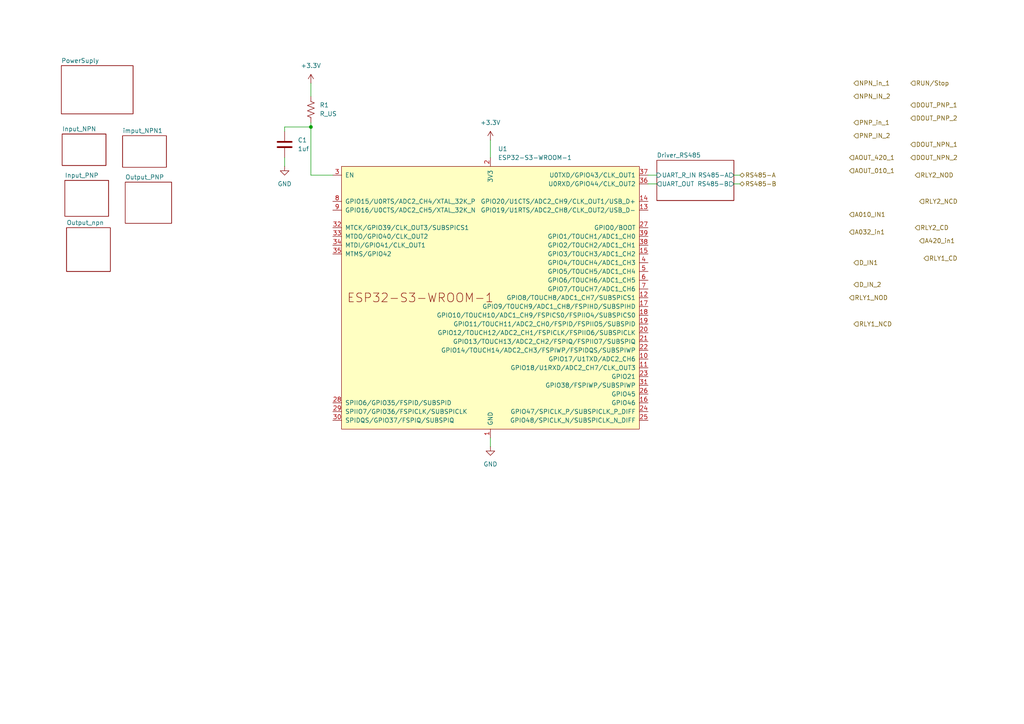
<source format=kicad_sch>
(kicad_sch
	(version 20250114)
	(generator "eeschema")
	(generator_version "9.0")
	(uuid "f979e933-804d-40be-b10f-ee25f17cf887")
	(paper "A4")
	(lib_symbols
		(symbol "Device:C"
			(pin_numbers
				(hide yes)
			)
			(pin_names
				(offset 0.254)
			)
			(exclude_from_sim no)
			(in_bom yes)
			(on_board yes)
			(property "Reference" "C"
				(at 0.635 2.54 0)
				(effects
					(font
						(size 1.27 1.27)
					)
					(justify left)
				)
			)
			(property "Value" "C"
				(at 0.635 -2.54 0)
				(effects
					(font
						(size 1.27 1.27)
					)
					(justify left)
				)
			)
			(property "Footprint" ""
				(at 0.9652 -3.81 0)
				(effects
					(font
						(size 1.27 1.27)
					)
					(hide yes)
				)
			)
			(property "Datasheet" "~"
				(at 0 0 0)
				(effects
					(font
						(size 1.27 1.27)
					)
					(hide yes)
				)
			)
			(property "Description" "Unpolarized capacitor"
				(at 0 0 0)
				(effects
					(font
						(size 1.27 1.27)
					)
					(hide yes)
				)
			)
			(property "ki_keywords" "cap capacitor"
				(at 0 0 0)
				(effects
					(font
						(size 1.27 1.27)
					)
					(hide yes)
				)
			)
			(property "ki_fp_filters" "C_*"
				(at 0 0 0)
				(effects
					(font
						(size 1.27 1.27)
					)
					(hide yes)
				)
			)
			(symbol "C_0_1"
				(polyline
					(pts
						(xy -2.032 0.762) (xy 2.032 0.762)
					)
					(stroke
						(width 0.508)
						(type default)
					)
					(fill
						(type none)
					)
				)
				(polyline
					(pts
						(xy -2.032 -0.762) (xy 2.032 -0.762)
					)
					(stroke
						(width 0.508)
						(type default)
					)
					(fill
						(type none)
					)
				)
			)
			(symbol "C_1_1"
				(pin passive line
					(at 0 3.81 270)
					(length 2.794)
					(name "~"
						(effects
							(font
								(size 1.27 1.27)
							)
						)
					)
					(number "1"
						(effects
							(font
								(size 1.27 1.27)
							)
						)
					)
				)
				(pin passive line
					(at 0 -3.81 90)
					(length 2.794)
					(name "~"
						(effects
							(font
								(size 1.27 1.27)
							)
						)
					)
					(number "2"
						(effects
							(font
								(size 1.27 1.27)
							)
						)
					)
				)
			)
			(embedded_fonts no)
		)
		(symbol "Device:R_US"
			(pin_numbers
				(hide yes)
			)
			(pin_names
				(offset 0)
			)
			(exclude_from_sim no)
			(in_bom yes)
			(on_board yes)
			(property "Reference" "R"
				(at 2.54 0 90)
				(effects
					(font
						(size 1.27 1.27)
					)
				)
			)
			(property "Value" "R_US"
				(at -2.54 0 90)
				(effects
					(font
						(size 1.27 1.27)
					)
				)
			)
			(property "Footprint" ""
				(at 1.016 -0.254 90)
				(effects
					(font
						(size 1.27 1.27)
					)
					(hide yes)
				)
			)
			(property "Datasheet" "~"
				(at 0 0 0)
				(effects
					(font
						(size 1.27 1.27)
					)
					(hide yes)
				)
			)
			(property "Description" "Resistor, US symbol"
				(at 0 0 0)
				(effects
					(font
						(size 1.27 1.27)
					)
					(hide yes)
				)
			)
			(property "ki_keywords" "R res resistor"
				(at 0 0 0)
				(effects
					(font
						(size 1.27 1.27)
					)
					(hide yes)
				)
			)
			(property "ki_fp_filters" "R_*"
				(at 0 0 0)
				(effects
					(font
						(size 1.27 1.27)
					)
					(hide yes)
				)
			)
			(symbol "R_US_0_1"
				(polyline
					(pts
						(xy 0 2.286) (xy 0 2.54)
					)
					(stroke
						(width 0)
						(type default)
					)
					(fill
						(type none)
					)
				)
				(polyline
					(pts
						(xy 0 2.286) (xy 1.016 1.905) (xy 0 1.524) (xy -1.016 1.143) (xy 0 0.762)
					)
					(stroke
						(width 0)
						(type default)
					)
					(fill
						(type none)
					)
				)
				(polyline
					(pts
						(xy 0 0.762) (xy 1.016 0.381) (xy 0 0) (xy -1.016 -0.381) (xy 0 -0.762)
					)
					(stroke
						(width 0)
						(type default)
					)
					(fill
						(type none)
					)
				)
				(polyline
					(pts
						(xy 0 -0.762) (xy 1.016 -1.143) (xy 0 -1.524) (xy -1.016 -1.905) (xy 0 -2.286)
					)
					(stroke
						(width 0)
						(type default)
					)
					(fill
						(type none)
					)
				)
				(polyline
					(pts
						(xy 0 -2.286) (xy 0 -2.54)
					)
					(stroke
						(width 0)
						(type default)
					)
					(fill
						(type none)
					)
				)
			)
			(symbol "R_US_1_1"
				(pin passive line
					(at 0 3.81 270)
					(length 1.27)
					(name "~"
						(effects
							(font
								(size 1.27 1.27)
							)
						)
					)
					(number "1"
						(effects
							(font
								(size 1.27 1.27)
							)
						)
					)
				)
				(pin passive line
					(at 0 -3.81 90)
					(length 1.27)
					(name "~"
						(effects
							(font
								(size 1.27 1.27)
							)
						)
					)
					(number "2"
						(effects
							(font
								(size 1.27 1.27)
							)
						)
					)
				)
			)
			(embedded_fonts no)
		)
		(symbol "PCM_Espressif:ESP32-S3-WROOM-1"
			(pin_names
				(offset 1.016)
			)
			(exclude_from_sim no)
			(in_bom yes)
			(on_board yes)
			(property "Reference" "U"
				(at -43.18 43.18 0)
				(effects
					(font
						(size 1.27 1.27)
					)
					(justify left)
				)
			)
			(property "Value" "ESP32-S3-WROOM-1"
				(at -43.18 40.64 0)
				(effects
					(font
						(size 1.27 1.27)
					)
					(justify left)
				)
			)
			(property "Footprint" "PCM_Espressif:ESP32-S3-WROOM-1"
				(at 2.54 -48.26 0)
				(effects
					(font
						(size 1.27 1.27)
					)
					(hide yes)
				)
			)
			(property "Datasheet" "https://www.espressif.com/sites/default/files/documentation/esp32-s3-wroom-1_wroom-1u_datasheet_en.pdf"
				(at 2.54 -50.8 0)
				(effects
					(font
						(size 1.27 1.27)
					)
					(hide yes)
				)
			)
			(property "Description" "2.4 GHz WiFi (802.11 b/g/n) and Bluetooth ® 5 (LE) module Built around ESP32S3 series of SoCs, Xtensa ® dualcore 32bit LX7 microprocessor Flash up to 16 MB, PSRAM up to 8 MB 36 GPIOs, rich set of peripherals Onboard PCB antenna"
				(at 0 0 0)
				(effects
					(font
						(size 1.27 1.27)
					)
					(hide yes)
				)
			)
			(symbol "ESP32-S3-WROOM-1_0_0"
				(text "ESP32-S3-WROOM-1"
					(at -20.32 0 0)
					(effects
						(font
							(size 2.54 2.54)
						)
					)
				)
				(pin input line
					(at -45.72 35.56 0)
					(length 2.54)
					(name "EN"
						(effects
							(font
								(size 1.27 1.27)
							)
						)
					)
					(number "3"
						(effects
							(font
								(size 1.27 1.27)
							)
						)
					)
				)
				(pin bidirectional line
					(at -45.72 27.94 0)
					(length 2.54)
					(name "GPIO15/U0RTS/ADC2_CH4/XTAL_32K_P"
						(effects
							(font
								(size 1.27 1.27)
							)
						)
					)
					(number "8"
						(effects
							(font
								(size 1.27 1.27)
							)
						)
					)
				)
				(pin bidirectional line
					(at -45.72 25.4 0)
					(length 2.54)
					(name "GPIO16/U0CTS/ADC2_CH5/XTAL_32K_N"
						(effects
							(font
								(size 1.27 1.27)
							)
						)
					)
					(number "9"
						(effects
							(font
								(size 1.27 1.27)
							)
						)
					)
				)
				(pin bidirectional line
					(at -45.72 20.32 0)
					(length 2.54)
					(name "MTCK/GPIO39/CLK_OUT3/SUBSPICS1"
						(effects
							(font
								(size 1.27 1.27)
							)
						)
					)
					(number "32"
						(effects
							(font
								(size 1.27 1.27)
							)
						)
					)
				)
				(pin bidirectional line
					(at -45.72 17.78 0)
					(length 2.54)
					(name "MTDO/GPIO40/CLK_OUT2"
						(effects
							(font
								(size 1.27 1.27)
							)
						)
					)
					(number "33"
						(effects
							(font
								(size 1.27 1.27)
							)
						)
					)
				)
				(pin bidirectional line
					(at -45.72 15.24 0)
					(length 2.54)
					(name "MTDI/GPIO41/CLK_OUT1"
						(effects
							(font
								(size 1.27 1.27)
							)
						)
					)
					(number "34"
						(effects
							(font
								(size 1.27 1.27)
							)
						)
					)
				)
				(pin bidirectional line
					(at -45.72 12.7 0)
					(length 2.54)
					(name "MTMS/GPIO42"
						(effects
							(font
								(size 1.27 1.27)
							)
						)
					)
					(number "35"
						(effects
							(font
								(size 1.27 1.27)
							)
						)
					)
				)
				(pin bidirectional line
					(at -45.72 -30.48 0)
					(length 2.54)
					(name "SPIIO6/GPIO35/FSPID/SUBSPID"
						(effects
							(font
								(size 1.27 1.27)
							)
						)
					)
					(number "28"
						(effects
							(font
								(size 1.27 1.27)
							)
						)
					)
				)
				(pin bidirectional line
					(at -45.72 -33.02 0)
					(length 2.54)
					(name "SPIIO7/GPIO36/FSPICLK/SUBSPICLK"
						(effects
							(font
								(size 1.27 1.27)
							)
						)
					)
					(number "29"
						(effects
							(font
								(size 1.27 1.27)
							)
						)
					)
				)
				(pin bidirectional line
					(at -45.72 -35.56 0)
					(length 2.54)
					(name "SPIDQS/GPIO37/FSPIQ/SUBSPIQ"
						(effects
							(font
								(size 1.27 1.27)
							)
						)
					)
					(number "30"
						(effects
							(font
								(size 1.27 1.27)
							)
						)
					)
				)
				(pin power_in line
					(at 0 40.64 270)
					(length 2.54)
					(name "3V3"
						(effects
							(font
								(size 1.27 1.27)
							)
						)
					)
					(number "2"
						(effects
							(font
								(size 1.27 1.27)
							)
						)
					)
				)
				(pin power_in line
					(at 0 -40.64 90)
					(length 2.54)
					(name "GND"
						(effects
							(font
								(size 1.27 1.27)
							)
						)
					)
					(number "1"
						(effects
							(font
								(size 1.27 1.27)
							)
						)
					)
				)
				(pin passive line
					(at 0 -40.64 90)
					(length 2.54)
					(hide yes)
					(name "GND"
						(effects
							(font
								(size 1.27 1.27)
							)
						)
					)
					(number "40"
						(effects
							(font
								(size 1.27 1.27)
							)
						)
					)
				)
				(pin passive line
					(at 0 -40.64 90)
					(length 2.54)
					(hide yes)
					(name "GND"
						(effects
							(font
								(size 1.27 1.27)
							)
						)
					)
					(number "41"
						(effects
							(font
								(size 1.27 1.27)
							)
						)
					)
				)
				(pin bidirectional line
					(at 45.72 35.56 180)
					(length 2.54)
					(name "U0TXD/GPIO43/CLK_OUT1"
						(effects
							(font
								(size 1.27 1.27)
							)
						)
					)
					(number "37"
						(effects
							(font
								(size 1.27 1.27)
							)
						)
					)
				)
				(pin bidirectional line
					(at 45.72 33.02 180)
					(length 2.54)
					(name "U0RXD/GPIO44/CLK_OUT2"
						(effects
							(font
								(size 1.27 1.27)
							)
						)
					)
					(number "36"
						(effects
							(font
								(size 1.27 1.27)
							)
						)
					)
				)
				(pin bidirectional line
					(at 45.72 27.94 180)
					(length 2.54)
					(name "GPIO20/U1CTS/ADC2_CH9/CLK_OUT1/USB_D+"
						(effects
							(font
								(size 1.27 1.27)
							)
						)
					)
					(number "14"
						(effects
							(font
								(size 1.27 1.27)
							)
						)
					)
				)
				(pin bidirectional line
					(at 45.72 25.4 180)
					(length 2.54)
					(name "GPIO19/U1RTS/ADC2_CH8/CLK_OUT2/USB_D-"
						(effects
							(font
								(size 1.27 1.27)
							)
						)
					)
					(number "13"
						(effects
							(font
								(size 1.27 1.27)
							)
						)
					)
				)
				(pin bidirectional line
					(at 45.72 20.32 180)
					(length 2.54)
					(name "GPIO0/BOOT"
						(effects
							(font
								(size 1.27 1.27)
							)
						)
					)
					(number "27"
						(effects
							(font
								(size 1.27 1.27)
							)
						)
					)
				)
				(pin bidirectional line
					(at 45.72 17.78 180)
					(length 2.54)
					(name "GPIO1/TOUCH1/ADC1_CH0"
						(effects
							(font
								(size 1.27 1.27)
							)
						)
					)
					(number "39"
						(effects
							(font
								(size 1.27 1.27)
							)
						)
					)
				)
				(pin bidirectional line
					(at 45.72 15.24 180)
					(length 2.54)
					(name "GPIO2/TOUCH2/ADC1_CH1"
						(effects
							(font
								(size 1.27 1.27)
							)
						)
					)
					(number "38"
						(effects
							(font
								(size 1.27 1.27)
							)
						)
					)
				)
				(pin bidirectional line
					(at 45.72 12.7 180)
					(length 2.54)
					(name "GPIO3/TOUCH3/ADC1_CH2"
						(effects
							(font
								(size 1.27 1.27)
							)
						)
					)
					(number "15"
						(effects
							(font
								(size 1.27 1.27)
							)
						)
					)
				)
				(pin bidirectional line
					(at 45.72 10.16 180)
					(length 2.54)
					(name "GPIO4/TOUCH4/ADC1_CH3"
						(effects
							(font
								(size 1.27 1.27)
							)
						)
					)
					(number "4"
						(effects
							(font
								(size 1.27 1.27)
							)
						)
					)
				)
				(pin bidirectional line
					(at 45.72 7.62 180)
					(length 2.54)
					(name "GPIO5/TOUCH5/ADC1_CH4"
						(effects
							(font
								(size 1.27 1.27)
							)
						)
					)
					(number "5"
						(effects
							(font
								(size 1.27 1.27)
							)
						)
					)
				)
				(pin bidirectional line
					(at 45.72 5.08 180)
					(length 2.54)
					(name "GPIO6/TOUCH6/ADC1_CH5"
						(effects
							(font
								(size 1.27 1.27)
							)
						)
					)
					(number "6"
						(effects
							(font
								(size 1.27 1.27)
							)
						)
					)
				)
				(pin bidirectional line
					(at 45.72 2.54 180)
					(length 2.54)
					(name "GPIO7/TOUCH7/ADC1_CH6"
						(effects
							(font
								(size 1.27 1.27)
							)
						)
					)
					(number "7"
						(effects
							(font
								(size 1.27 1.27)
							)
						)
					)
				)
				(pin bidirectional line
					(at 45.72 0 180)
					(length 2.54)
					(name "GPIO8/TOUCH8/ADC1_CH7/SUBSPICS1"
						(effects
							(font
								(size 1.27 1.27)
							)
						)
					)
					(number "12"
						(effects
							(font
								(size 1.27 1.27)
							)
						)
					)
				)
				(pin bidirectional line
					(at 45.72 -2.54 180)
					(length 2.54)
					(name "GPIO9/TOUCH9/ADC1_CH8/FSPIHD/SUBSPIHD"
						(effects
							(font
								(size 1.27 1.27)
							)
						)
					)
					(number "17"
						(effects
							(font
								(size 1.27 1.27)
							)
						)
					)
				)
				(pin bidirectional line
					(at 45.72 -5.08 180)
					(length 2.54)
					(name "GPIO10/TOUCH10/ADC1_CH9/FSPICS0/FSPIIO4/SUBSPICS0"
						(effects
							(font
								(size 1.27 1.27)
							)
						)
					)
					(number "18"
						(effects
							(font
								(size 1.27 1.27)
							)
						)
					)
				)
				(pin bidirectional line
					(at 45.72 -7.62 180)
					(length 2.54)
					(name "GPIO11/TOUCH11/ADC2_CH0/FSPID/FSPIIO5/SUBSPID"
						(effects
							(font
								(size 1.27 1.27)
							)
						)
					)
					(number "19"
						(effects
							(font
								(size 1.27 1.27)
							)
						)
					)
				)
				(pin bidirectional line
					(at 45.72 -10.16 180)
					(length 2.54)
					(name "GPIO12/TOUCH12/ADC2_CH1/FSPICLK/FSPIIO6/SUBSPICLK"
						(effects
							(font
								(size 1.27 1.27)
							)
						)
					)
					(number "20"
						(effects
							(font
								(size 1.27 1.27)
							)
						)
					)
				)
				(pin bidirectional line
					(at 45.72 -12.7 180)
					(length 2.54)
					(name "GPIO13/TOUCH13/ADC2_CH2/FSPIQ/FSPIIO7/SUBSPIQ"
						(effects
							(font
								(size 1.27 1.27)
							)
						)
					)
					(number "21"
						(effects
							(font
								(size 1.27 1.27)
							)
						)
					)
				)
				(pin bidirectional line
					(at 45.72 -15.24 180)
					(length 2.54)
					(name "GPIO14/TOUCH14/ADC2_CH3/FSPIWP/FSPIDQS/SUBSPIWP"
						(effects
							(font
								(size 1.27 1.27)
							)
						)
					)
					(number "22"
						(effects
							(font
								(size 1.27 1.27)
							)
						)
					)
				)
				(pin bidirectional line
					(at 45.72 -17.78 180)
					(length 2.54)
					(name "GPIO17/U1TXD/ADC2_CH6"
						(effects
							(font
								(size 1.27 1.27)
							)
						)
					)
					(number "10"
						(effects
							(font
								(size 1.27 1.27)
							)
						)
					)
				)
				(pin bidirectional line
					(at 45.72 -20.32 180)
					(length 2.54)
					(name "GPIO18/U1RXD/ADC2_CH7/CLK_OUT3"
						(effects
							(font
								(size 1.27 1.27)
							)
						)
					)
					(number "11"
						(effects
							(font
								(size 1.27 1.27)
							)
						)
					)
				)
				(pin bidirectional line
					(at 45.72 -22.86 180)
					(length 2.54)
					(name "GPIO21"
						(effects
							(font
								(size 1.27 1.27)
							)
						)
					)
					(number "23"
						(effects
							(font
								(size 1.27 1.27)
							)
						)
					)
				)
				(pin bidirectional line
					(at 45.72 -25.4 180)
					(length 2.54)
					(name "GPIO38/FSPIWP/SUBSPIWP"
						(effects
							(font
								(size 1.27 1.27)
							)
						)
					)
					(number "31"
						(effects
							(font
								(size 1.27 1.27)
							)
						)
					)
				)
				(pin bidirectional line
					(at 45.72 -27.94 180)
					(length 2.54)
					(name "GPIO45"
						(effects
							(font
								(size 1.27 1.27)
							)
						)
					)
					(number "26"
						(effects
							(font
								(size 1.27 1.27)
							)
						)
					)
				)
				(pin bidirectional line
					(at 45.72 -30.48 180)
					(length 2.54)
					(name "GPIO46"
						(effects
							(font
								(size 1.27 1.27)
							)
						)
					)
					(number "16"
						(effects
							(font
								(size 1.27 1.27)
							)
						)
					)
				)
				(pin bidirectional line
					(at 45.72 -33.02 180)
					(length 2.54)
					(name "GPIO47/SPICLK_P/SUBSPICLK_P_DIFF"
						(effects
							(font
								(size 1.27 1.27)
							)
						)
					)
					(number "24"
						(effects
							(font
								(size 1.27 1.27)
							)
						)
					)
				)
				(pin bidirectional line
					(at 45.72 -35.56 180)
					(length 2.54)
					(name "GPIO48/SPICLK_N/SUBSPICLK_N_DIFF"
						(effects
							(font
								(size 1.27 1.27)
							)
						)
					)
					(number "25"
						(effects
							(font
								(size 1.27 1.27)
							)
						)
					)
				)
			)
			(symbol "ESP32-S3-WROOM-1_0_1"
				(rectangle
					(start -43.18 38.1)
					(end 43.18 -38.1)
					(stroke
						(width 0)
						(type default)
					)
					(fill
						(type background)
					)
				)
			)
			(embedded_fonts no)
		)
		(symbol "power:+3.3V"
			(power)
			(pin_numbers
				(hide yes)
			)
			(pin_names
				(offset 0)
				(hide yes)
			)
			(exclude_from_sim no)
			(in_bom yes)
			(on_board yes)
			(property "Reference" "#PWR"
				(at 0 -3.81 0)
				(effects
					(font
						(size 1.27 1.27)
					)
					(hide yes)
				)
			)
			(property "Value" "+3.3V"
				(at 0 3.556 0)
				(effects
					(font
						(size 1.27 1.27)
					)
				)
			)
			(property "Footprint" ""
				(at 0 0 0)
				(effects
					(font
						(size 1.27 1.27)
					)
					(hide yes)
				)
			)
			(property "Datasheet" ""
				(at 0 0 0)
				(effects
					(font
						(size 1.27 1.27)
					)
					(hide yes)
				)
			)
			(property "Description" "Power symbol creates a global label with name \"+3.3V\""
				(at 0 0 0)
				(effects
					(font
						(size 1.27 1.27)
					)
					(hide yes)
				)
			)
			(property "ki_keywords" "global power"
				(at 0 0 0)
				(effects
					(font
						(size 1.27 1.27)
					)
					(hide yes)
				)
			)
			(symbol "+3.3V_0_1"
				(polyline
					(pts
						(xy -0.762 1.27) (xy 0 2.54)
					)
					(stroke
						(width 0)
						(type default)
					)
					(fill
						(type none)
					)
				)
				(polyline
					(pts
						(xy 0 2.54) (xy 0.762 1.27)
					)
					(stroke
						(width 0)
						(type default)
					)
					(fill
						(type none)
					)
				)
				(polyline
					(pts
						(xy 0 0) (xy 0 2.54)
					)
					(stroke
						(width 0)
						(type default)
					)
					(fill
						(type none)
					)
				)
			)
			(symbol "+3.3V_1_1"
				(pin power_in line
					(at 0 0 90)
					(length 0)
					(name "~"
						(effects
							(font
								(size 1.27 1.27)
							)
						)
					)
					(number "1"
						(effects
							(font
								(size 1.27 1.27)
							)
						)
					)
				)
			)
			(embedded_fonts no)
		)
		(symbol "power:GND"
			(power)
			(pin_numbers
				(hide yes)
			)
			(pin_names
				(offset 0)
				(hide yes)
			)
			(exclude_from_sim no)
			(in_bom yes)
			(on_board yes)
			(property "Reference" "#PWR"
				(at 0 -6.35 0)
				(effects
					(font
						(size 1.27 1.27)
					)
					(hide yes)
				)
			)
			(property "Value" "GND"
				(at 0 -3.81 0)
				(effects
					(font
						(size 1.27 1.27)
					)
				)
			)
			(property "Footprint" ""
				(at 0 0 0)
				(effects
					(font
						(size 1.27 1.27)
					)
					(hide yes)
				)
			)
			(property "Datasheet" ""
				(at 0 0 0)
				(effects
					(font
						(size 1.27 1.27)
					)
					(hide yes)
				)
			)
			(property "Description" "Power symbol creates a global label with name \"GND\" , ground"
				(at 0 0 0)
				(effects
					(font
						(size 1.27 1.27)
					)
					(hide yes)
				)
			)
			(property "ki_keywords" "global power"
				(at 0 0 0)
				(effects
					(font
						(size 1.27 1.27)
					)
					(hide yes)
				)
			)
			(symbol "GND_0_1"
				(polyline
					(pts
						(xy 0 0) (xy 0 -1.27) (xy 1.27 -1.27) (xy 0 -2.54) (xy -1.27 -1.27) (xy 0 -1.27)
					)
					(stroke
						(width 0)
						(type default)
					)
					(fill
						(type none)
					)
				)
			)
			(symbol "GND_1_1"
				(pin power_in line
					(at 0 0 270)
					(length 0)
					(name "~"
						(effects
							(font
								(size 1.27 1.27)
							)
						)
					)
					(number "1"
						(effects
							(font
								(size 1.27 1.27)
							)
						)
					)
				)
			)
			(embedded_fonts no)
		)
	)
	(junction
		(at 90.17 36.83)
		(diameter 0)
		(color 0 0 0 0)
		(uuid "92f514a4-2700-44dd-ba32-fb15d5410bf5")
	)
	(wire
		(pts
			(xy 90.17 36.83) (xy 82.55 36.83)
		)
		(stroke
			(width 0)
			(type default)
		)
		(uuid "318da6d4-a220-4367-8d3a-e21822e3f5ae")
	)
	(wire
		(pts
			(xy 142.24 127) (xy 142.24 129.54)
		)
		(stroke
			(width 0)
			(type default)
		)
		(uuid "4eb08ed6-8c24-4c4d-baed-773f9ff4d738")
	)
	(wire
		(pts
			(xy 82.55 36.83) (xy 82.55 38.1)
		)
		(stroke
			(width 0)
			(type default)
		)
		(uuid "64eeb8f7-c862-49d1-8b1c-6969e5f82efd")
	)
	(wire
		(pts
			(xy 212.852 50.8) (xy 214.63 50.8)
		)
		(stroke
			(width 0)
			(type default)
		)
		(uuid "65ab1abd-72a3-4082-a7a1-27eb1c94ba87")
	)
	(wire
		(pts
			(xy 96.52 50.8) (xy 90.17 50.8)
		)
		(stroke
			(width 0)
			(type default)
		)
		(uuid "77e6897a-2f03-4283-bc66-2dbfa07cfd2d")
	)
	(wire
		(pts
			(xy 90.17 35.56) (xy 90.17 36.83)
		)
		(stroke
			(width 0)
			(type default)
		)
		(uuid "7d319066-2b07-43b0-a884-349d6c60acd3")
	)
	(wire
		(pts
			(xy 212.852 53.34) (xy 214.63 53.34)
		)
		(stroke
			(width 0)
			(type default)
		)
		(uuid "86886382-c4d0-464e-8441-48e0e1a228bc")
	)
	(wire
		(pts
			(xy 187.96 50.8) (xy 190.5 50.8)
		)
		(stroke
			(width 0)
			(type default)
		)
		(uuid "90aa7146-03f4-4abc-8dfa-ae4f7c858fb4")
	)
	(wire
		(pts
			(xy 82.55 45.72) (xy 82.55 48.26)
		)
		(stroke
			(width 0)
			(type default)
		)
		(uuid "90cb5f8e-67f3-4109-99d6-3b2069636bec")
	)
	(wire
		(pts
			(xy 90.17 24.13) (xy 90.17 27.94)
		)
		(stroke
			(width 0)
			(type default)
		)
		(uuid "90fbefb4-f8bc-4089-91cd-01fa0ad525ea")
	)
	(wire
		(pts
			(xy 90.17 36.83) (xy 90.17 50.8)
		)
		(stroke
			(width 0)
			(type default)
		)
		(uuid "92932897-a7a2-44ca-8506-f039003d3479")
	)
	(wire
		(pts
			(xy 187.96 53.34) (xy 190.5 53.34)
		)
		(stroke
			(width 0)
			(type default)
		)
		(uuid "b90fdd3b-741e-41e3-854b-4b3b429e0188")
	)
	(wire
		(pts
			(xy 142.24 40.64) (xy 142.24 45.72)
		)
		(stroke
			(width 0)
			(type default)
		)
		(uuid "f61dc268-1fae-4d62-aa55-74c9e86fdfc8")
	)
	(hierarchical_label "RLY2_NOD"
		(shape input)
		(at 265.43 50.8 0)
		(effects
			(font
				(size 1.27 1.27)
			)
			(justify left)
		)
		(uuid "099ac942-290a-4a68-814d-dc8dbba99426")
	)
	(hierarchical_label "NPN_IN_2"
		(shape input)
		(at 247.65 27.94 0)
		(effects
			(font
				(size 1.27 1.27)
			)
			(justify left)
		)
		(uuid "1ee5c69a-b015-41df-be59-8ddc6d85a615")
	)
	(hierarchical_label "PNP_in_1"
		(shape input)
		(at 247.65 35.56 0)
		(effects
			(font
				(size 1.27 1.27)
			)
			(justify left)
		)
		(uuid "20c03749-a70a-4443-b948-2e8edae2217b")
	)
	(hierarchical_label "AOUT_420_1"
		(shape input)
		(at 246.38 45.72 0)
		(effects
			(font
				(size 1.27 1.27)
			)
			(justify left)
		)
		(uuid "392037da-b333-43c2-94ba-2a4c592923d9")
	)
	(hierarchical_label "RLY1_NOD"
		(shape input)
		(at 246.38 86.36 0)
		(effects
			(font
				(size 1.27 1.27)
			)
			(justify left)
		)
		(uuid "3dca6143-7f21-4a49-9de0-4f37b244daec")
	)
	(hierarchical_label "DOUT_NPN_2"
		(shape input)
		(at 264.16 45.72 0)
		(effects
			(font
				(size 1.27 1.27)
			)
			(justify left)
		)
		(uuid "3f4bbd3e-9ad0-4261-9aa3-062375993cf8")
	)
	(hierarchical_label "A420_in1"
		(shape input)
		(at 266.7 69.85 0)
		(effects
			(font
				(size 1.27 1.27)
			)
			(justify left)
		)
		(uuid "43fedcf7-2aa7-41e9-b487-fd9a12595414")
	)
	(hierarchical_label "A010_IN1"
		(shape input)
		(at 246.38 62.23 0)
		(effects
			(font
				(size 1.27 1.27)
			)
			(justify left)
		)
		(uuid "48a9a51a-5fde-400d-8fe7-1c26b9f62bbb")
	)
	(hierarchical_label "PNP_IN_2"
		(shape input)
		(at 247.65 39.37 0)
		(effects
			(font
				(size 1.27 1.27)
			)
			(justify left)
		)
		(uuid "50463eae-b867-4d69-9683-9a69d7adc745")
	)
	(hierarchical_label "RLY1_CD"
		(shape input)
		(at 267.97 74.93 0)
		(effects
			(font
				(size 1.27 1.27)
			)
			(justify left)
		)
		(uuid "582b1dd8-c9a8-4097-8efc-ef8226e36526")
	)
	(hierarchical_label "AOUT_010_1"
		(shape input)
		(at 246.38 49.53 0)
		(effects
			(font
				(size 1.27 1.27)
			)
			(justify left)
		)
		(uuid "5e1d91ae-0a93-4e69-aa8f-118fcc17a1cd")
	)
	(hierarchical_label "RLY2_NCD"
		(shape input)
		(at 266.7 58.42 0)
		(effects
			(font
				(size 1.27 1.27)
			)
			(justify left)
		)
		(uuid "70e393c0-3f85-4ff7-a695-6c3f82ed9a74")
	)
	(hierarchical_label "DOUT_PNP_1"
		(shape input)
		(at 264.16 30.48 0)
		(effects
			(font
				(size 1.27 1.27)
			)
			(justify left)
		)
		(uuid "7b1637be-bb42-4f9d-a8ca-65cba31dd700")
	)
	(hierarchical_label "RLY2_CD"
		(shape input)
		(at 265.43 66.04 0)
		(effects
			(font
				(size 1.27 1.27)
			)
			(justify left)
		)
		(uuid "7b6a6679-e39c-4953-bf2e-388a44510923")
	)
	(hierarchical_label "NPN_in_1"
		(shape input)
		(at 247.65 24.13 0)
		(effects
			(font
				(size 1.27 1.27)
			)
			(justify left)
		)
		(uuid "93989989-bb95-4029-88cf-87f0ea820de4")
	)
	(hierarchical_label "DOUT_NPN_1"
		(shape input)
		(at 264.16 41.91 0)
		(effects
			(font
				(size 1.27 1.27)
			)
			(justify left)
		)
		(uuid "a5f5c4ae-e0ed-4603-ae1d-9f5e0fbc62aa")
	)
	(hierarchical_label "D_IN_2"
		(shape input)
		(at 247.65 82.55 0)
		(effects
			(font
				(size 1.27 1.27)
			)
			(justify left)
		)
		(uuid "b7f2e79f-34e4-4b89-97bc-821937adc99e")
	)
	(hierarchical_label "RS485-B"
		(shape bidirectional)
		(at 214.63 53.34 0)
		(effects
			(font
				(size 1.27 1.27)
			)
			(justify left)
		)
		(uuid "c15842f1-35db-4a82-97d9-eccbebaad8cd")
	)
	(hierarchical_label "RS485-A"
		(shape bidirectional)
		(at 214.63 50.8 0)
		(effects
			(font
				(size 1.27 1.27)
			)
			(justify left)
		)
		(uuid "cf7f089c-fcd0-485e-8f81-c679301c98bf")
	)
	(hierarchical_label "RLY1_NCD"
		(shape input)
		(at 247.65 93.98 0)
		(effects
			(font
				(size 1.27 1.27)
			)
			(justify left)
		)
		(uuid "ddb64c92-1289-4d4a-acdc-50917926cbb6")
	)
	(hierarchical_label "DOUT_PNP_2"
		(shape input)
		(at 264.16 34.29 0)
		(effects
			(font
				(size 1.27 1.27)
			)
			(justify left)
		)
		(uuid "df395101-a4bb-4689-bcae-73fd8669f71a")
	)
	(hierarchical_label "A032_in1"
		(shape input)
		(at 246.38 67.31 0)
		(effects
			(font
				(size 1.27 1.27)
			)
			(justify left)
		)
		(uuid "e0260041-d159-4385-b8e4-625e9e26e56c")
	)
	(hierarchical_label "RUN{slash}Stop"
		(shape input)
		(at 264.16 24.13 0)
		(effects
			(font
				(size 1.27 1.27)
			)
			(justify left)
		)
		(uuid "e1bf6dbe-7e91-46a3-a230-70700fa86de0")
	)
	(hierarchical_label "D_IN1"
		(shape input)
		(at 247.65 76.2 0)
		(effects
			(font
				(size 1.27 1.27)
			)
			(justify left)
		)
		(uuid "e7b94e43-f41e-4f79-8412-ee8ef7f4dda8")
	)
	(symbol
		(lib_id "power:GND")
		(at 142.24 129.54 0)
		(unit 1)
		(exclude_from_sim no)
		(in_bom yes)
		(on_board yes)
		(dnp no)
		(fields_autoplaced yes)
		(uuid "12357805-08da-4c93-a161-45b1ad7ccbe0")
		(property "Reference" "#PWR09"
			(at 142.24 135.89 0)
			(effects
				(font
					(size 1.27 1.27)
				)
				(hide yes)
			)
		)
		(property "Value" "GND"
			(at 142.24 134.62 0)
			(effects
				(font
					(size 1.27 1.27)
				)
			)
		)
		(property "Footprint" ""
			(at 142.24 129.54 0)
			(effects
				(font
					(size 1.27 1.27)
				)
				(hide yes)
			)
		)
		(property "Datasheet" ""
			(at 142.24 129.54 0)
			(effects
				(font
					(size 1.27 1.27)
				)
				(hide yes)
			)
		)
		(property "Description" "Power symbol creates a global label with name \"GND\" , ground"
			(at 142.24 129.54 0)
			(effects
				(font
					(size 1.27 1.27)
				)
				(hide yes)
			)
		)
		(pin "1"
			(uuid "44c7efe3-80d9-4141-aa55-95d4cdd2e197")
		)
		(instances
			(project "Nivara"
				(path "/ae5c9891-8291-492e-8a61-8ac340267b67/d47eca49-96e4-4138-8979-47bb60019f67"
					(reference "#PWR09")
					(unit 1)
				)
			)
		)
	)
	(symbol
		(lib_id "power:+3.3V")
		(at 90.17 24.13 0)
		(unit 1)
		(exclude_from_sim no)
		(in_bom yes)
		(on_board yes)
		(dnp no)
		(fields_autoplaced yes)
		(uuid "22fe7abc-e48d-44e1-870c-a48a816f90a2")
		(property "Reference" "#PWR010"
			(at 90.17 27.94 0)
			(effects
				(font
					(size 1.27 1.27)
				)
				(hide yes)
			)
		)
		(property "Value" "+3.3V"
			(at 90.17 19.05 0)
			(effects
				(font
					(size 1.27 1.27)
				)
			)
		)
		(property "Footprint" ""
			(at 90.17 24.13 0)
			(effects
				(font
					(size 1.27 1.27)
				)
				(hide yes)
			)
		)
		(property "Datasheet" ""
			(at 90.17 24.13 0)
			(effects
				(font
					(size 1.27 1.27)
				)
				(hide yes)
			)
		)
		(property "Description" "Power symbol creates a global label with name \"+3.3V\""
			(at 90.17 24.13 0)
			(effects
				(font
					(size 1.27 1.27)
				)
				(hide yes)
			)
		)
		(pin "1"
			(uuid "f1ae7bda-946d-4485-abaa-16987d02c3ea")
		)
		(instances
			(project "Nivara"
				(path "/ae5c9891-8291-492e-8a61-8ac340267b67/d47eca49-96e4-4138-8979-47bb60019f67"
					(reference "#PWR010")
					(unit 1)
				)
			)
		)
	)
	(symbol
		(lib_id "Device:C")
		(at 82.55 41.91 0)
		(unit 1)
		(exclude_from_sim no)
		(in_bom yes)
		(on_board yes)
		(dnp no)
		(fields_autoplaced yes)
		(uuid "663c4117-0184-404c-9064-d3a4bd0d3e18")
		(property "Reference" "C1"
			(at 86.36 40.6399 0)
			(effects
				(font
					(size 1.27 1.27)
				)
				(justify left)
			)
		)
		(property "Value" "1uf"
			(at 86.36 43.1799 0)
			(effects
				(font
					(size 1.27 1.27)
				)
				(justify left)
			)
		)
		(property "Footprint" "Capacitor_SMD:C_0603_1608Metric"
			(at 83.5152 45.72 0)
			(effects
				(font
					(size 1.27 1.27)
				)
				(hide yes)
			)
		)
		(property "Datasheet" "~"
			(at 82.55 41.91 0)
			(effects
				(font
					(size 1.27 1.27)
				)
				(hide yes)
			)
		)
		(property "Description" "Unpolarized capacitor"
			(at 82.55 41.91 0)
			(effects
				(font
					(size 1.27 1.27)
				)
				(hide yes)
			)
		)
		(pin "2"
			(uuid "2c6fb08c-7e3b-4d30-9a21-82d0e8b898f9")
		)
		(pin "1"
			(uuid "59899a28-82c2-43f2-bdba-722982efeb35")
		)
		(instances
			(project "Nivara"
				(path "/ae5c9891-8291-492e-8a61-8ac340267b67/d47eca49-96e4-4138-8979-47bb60019f67"
					(reference "C1")
					(unit 1)
				)
			)
		)
	)
	(symbol
		(lib_id "PCM_Espressif:ESP32-S3-WROOM-1")
		(at 142.24 86.36 0)
		(unit 1)
		(exclude_from_sim no)
		(in_bom yes)
		(on_board yes)
		(dnp no)
		(fields_autoplaced yes)
		(uuid "67df8ad4-66be-40a8-ba61-f682b78fbc67")
		(property "Reference" "U1"
			(at 144.4341 43.18 0)
			(effects
				(font
					(size 1.27 1.27)
				)
				(justify left)
			)
		)
		(property "Value" "ESP32-S3-WROOM-1"
			(at 144.4341 45.72 0)
			(effects
				(font
					(size 1.27 1.27)
				)
				(justify left)
			)
		)
		(property "Footprint" "PCM_Espressif:ESP32-S3-WROOM-1"
			(at 144.78 134.62 0)
			(effects
				(font
					(size 1.27 1.27)
				)
				(hide yes)
			)
		)
		(property "Datasheet" "https://www.espressif.com/sites/default/files/documentation/esp32-s3-wroom-1_wroom-1u_datasheet_en.pdf"
			(at 144.78 137.16 0)
			(effects
				(font
					(size 1.27 1.27)
				)
				(hide yes)
			)
		)
		(property "Description" "2.4 GHz WiFi (802.11 b/g/n) and Bluetooth ® 5 (LE) module Built around ESP32S3 series of SoCs, Xtensa ® dualcore 32bit LX7 microprocessor Flash up to 16 MB, PSRAM up to 8 MB 36 GPIOs, rich set of peripherals Onboard PCB antenna"
			(at 142.24 86.36 0)
			(effects
				(font
					(size 1.27 1.27)
				)
				(hide yes)
			)
		)
		(pin "21"
			(uuid "cc9ffeed-a251-40b7-a994-9195ea9f5f9f")
		)
		(pin "13"
			(uuid "50fe70cf-9542-4bd9-80ae-bfa3c3f6dcbc")
		)
		(pin "28"
			(uuid "f07a80cd-1d81-425c-a311-8d0a355bf7bd")
		)
		(pin "3"
			(uuid "e651474c-cacc-49e8-8090-b9c9acd318f8")
		)
		(pin "16"
			(uuid "cf6e7365-8d63-4721-b521-3631da3f987e")
		)
		(pin "35"
			(uuid "c9f90ad0-8c6d-4d10-9fe7-66590e0e0782")
		)
		(pin "10"
			(uuid "741519e0-0f3e-4604-b247-ceec9db0571a")
		)
		(pin "32"
			(uuid "2850019b-e982-4d72-8a87-282c66cee946")
		)
		(pin "25"
			(uuid "180defe2-ab1f-49c2-af03-12329d40e313")
		)
		(pin "26"
			(uuid "52d17464-b3f4-438e-adca-09576b7303d2")
		)
		(pin "36"
			(uuid "d11eb693-499e-4aef-b25d-ae5572184d89")
		)
		(pin "6"
			(uuid "6fe81501-625b-4759-b14a-299461cf2fa0")
		)
		(pin "33"
			(uuid "e837be63-4c62-4914-affe-a6af26dde166")
		)
		(pin "34"
			(uuid "da3d0e56-a7e2-4f69-ad3e-8c291d020fe5")
		)
		(pin "22"
			(uuid "ebf5bb25-57b3-42ba-84b9-52ec58856106")
		)
		(pin "40"
			(uuid "380c61bb-18a9-44fc-bc42-245a4e2ec10b")
		)
		(pin "18"
			(uuid "1007b42d-64f5-45e7-b99d-7fc03b6d3b5b")
		)
		(pin "38"
			(uuid "7c1b9d0c-f3d2-4c41-82f2-4c6ecda4dfcf")
		)
		(pin "12"
			(uuid "9cc4d548-e806-4fa8-85fc-cdcd271b01cc")
		)
		(pin "24"
			(uuid "22fb7d43-3ffe-4e6b-b08c-ef506b220d9b")
		)
		(pin "4"
			(uuid "04a2f4c8-e722-4bd0-b291-e89b47672f42")
		)
		(pin "41"
			(uuid "b0e97cba-94eb-4b99-b743-caafa99f1194")
		)
		(pin "20"
			(uuid "1651b4da-e262-402c-945a-be91a441a942")
		)
		(pin "7"
			(uuid "94252a8a-9b95-4ed6-aee1-0a7f75d28ceb")
		)
		(pin "1"
			(uuid "f9b67c68-14a9-4872-bf8e-f6a5afa60432")
		)
		(pin "14"
			(uuid "745c86cd-8e9e-49a0-a2c1-9757cc142fea")
		)
		(pin "2"
			(uuid "c3560b26-bf8a-417d-85f0-a6efebf2699c")
		)
		(pin "30"
			(uuid "38b8fe82-af5f-43f9-a44b-290e209a5bf0")
		)
		(pin "11"
			(uuid "2a08dc57-bbcc-444e-a6e8-96490744b640")
		)
		(pin "31"
			(uuid "e7ef617f-9e0d-4db7-8625-9566ac4d8e00")
		)
		(pin "39"
			(uuid "116aa381-0ca8-48fb-b69c-573a729d236d")
		)
		(pin "8"
			(uuid "b89de3c3-c962-4209-84dd-54dffbbed2cf")
		)
		(pin "23"
			(uuid "48916143-eac0-43df-80e8-61d7d87a930f")
		)
		(pin "19"
			(uuid "a2c23840-89d2-4cfd-98d8-19d6c6baf9bd")
		)
		(pin "15"
			(uuid "8548f7d4-4b3f-4dac-a8a3-ed3511109aa6")
		)
		(pin "27"
			(uuid "000df80f-485d-4aa6-a7aa-5ba93dbeaa25")
		)
		(pin "17"
			(uuid "b7d7fb02-577a-49fe-8fcf-36722b207487")
		)
		(pin "29"
			(uuid "381c9049-90ee-4512-8e67-9ea7c8b3f340")
		)
		(pin "37"
			(uuid "d6efa91e-201d-404c-a3b4-4746ec3b4125")
		)
		(pin "5"
			(uuid "6f04d398-40a1-4b50-bc76-2119751f8fe8")
		)
		(pin "9"
			(uuid "aac46c91-2bce-40dd-aa55-101299e95d81")
		)
		(instances
			(project "Nivara"
				(path "/ae5c9891-8291-492e-8a61-8ac340267b67/d47eca49-96e4-4138-8979-47bb60019f67"
					(reference "U1")
					(unit 1)
				)
			)
		)
	)
	(symbol
		(lib_id "power:GND")
		(at 82.55 48.26 0)
		(unit 1)
		(exclude_from_sim no)
		(in_bom yes)
		(on_board yes)
		(dnp no)
		(fields_autoplaced yes)
		(uuid "715a968e-afca-47ec-9bec-e5e688a8b68a")
		(property "Reference" "#PWR011"
			(at 82.55 54.61 0)
			(effects
				(font
					(size 1.27 1.27)
				)
				(hide yes)
			)
		)
		(property "Value" "GND"
			(at 82.55 53.34 0)
			(effects
				(font
					(size 1.27 1.27)
				)
			)
		)
		(property "Footprint" ""
			(at 82.55 48.26 0)
			(effects
				(font
					(size 1.27 1.27)
				)
				(hide yes)
			)
		)
		(property "Datasheet" ""
			(at 82.55 48.26 0)
			(effects
				(font
					(size 1.27 1.27)
				)
				(hide yes)
			)
		)
		(property "Description" "Power symbol creates a global label with name \"GND\" , ground"
			(at 82.55 48.26 0)
			(effects
				(font
					(size 1.27 1.27)
				)
				(hide yes)
			)
		)
		(pin "1"
			(uuid "ff4efc13-51c4-4f43-87f7-ebdb3de0f94c")
		)
		(instances
			(project "Nivara"
				(path "/ae5c9891-8291-492e-8a61-8ac340267b67/d47eca49-96e4-4138-8979-47bb60019f67"
					(reference "#PWR011")
					(unit 1)
				)
			)
		)
	)
	(symbol
		(lib_id "Device:R_US")
		(at 90.17 31.75 0)
		(unit 1)
		(exclude_from_sim no)
		(in_bom yes)
		(on_board yes)
		(dnp no)
		(fields_autoplaced yes)
		(uuid "896d681c-d27f-48fd-b343-2b3996dd62dc")
		(property "Reference" "R1"
			(at 92.71 30.4799 0)
			(effects
				(font
					(size 1.27 1.27)
				)
				(justify left)
			)
		)
		(property "Value" "R_US"
			(at 92.71 33.0199 0)
			(effects
				(font
					(size 1.27 1.27)
				)
				(justify left)
			)
		)
		(property "Footprint" "Resistor_SMD:R_0603_1608Metric"
			(at 91.186 32.004 90)
			(effects
				(font
					(size 1.27 1.27)
				)
				(hide yes)
			)
		)
		(property "Datasheet" "~"
			(at 90.17 31.75 0)
			(effects
				(font
					(size 1.27 1.27)
				)
				(hide yes)
			)
		)
		(property "Description" "Resistor, US symbol"
			(at 90.17 31.75 0)
			(effects
				(font
					(size 1.27 1.27)
				)
				(hide yes)
			)
		)
		(pin "1"
			(uuid "66a05194-f49a-4925-806b-703dd1d8b505")
		)
		(pin "2"
			(uuid "abab52a7-a3d0-4524-b6af-bc1d7b1e5390")
		)
		(instances
			(project "Nivara"
				(path "/ae5c9891-8291-492e-8a61-8ac340267b67/d47eca49-96e4-4138-8979-47bb60019f67"
					(reference "R1")
					(unit 1)
				)
			)
		)
	)
	(symbol
		(lib_id "power:+3.3V")
		(at 142.24 40.64 0)
		(unit 1)
		(exclude_from_sim no)
		(in_bom yes)
		(on_board yes)
		(dnp no)
		(fields_autoplaced yes)
		(uuid "adf5f76d-72ed-4c43-84dd-e7176f262fa3")
		(property "Reference" "#PWR08"
			(at 142.24 44.45 0)
			(effects
				(font
					(size 1.27 1.27)
				)
				(hide yes)
			)
		)
		(property "Value" "+3.3V"
			(at 142.24 35.56 0)
			(effects
				(font
					(size 1.27 1.27)
				)
			)
		)
		(property "Footprint" ""
			(at 142.24 40.64 0)
			(effects
				(font
					(size 1.27 1.27)
				)
				(hide yes)
			)
		)
		(property "Datasheet" ""
			(at 142.24 40.64 0)
			(effects
				(font
					(size 1.27 1.27)
				)
				(hide yes)
			)
		)
		(property "Description" "Power symbol creates a global label with name \"+3.3V\""
			(at 142.24 40.64 0)
			(effects
				(font
					(size 1.27 1.27)
				)
				(hide yes)
			)
		)
		(pin "1"
			(uuid "8b3ac812-ee62-43a9-a91b-31bf60d3cae5")
		)
		(instances
			(project "Nivara"
				(path "/ae5c9891-8291-492e-8a61-8ac340267b67/d47eca49-96e4-4138-8979-47bb60019f67"
					(reference "#PWR08")
					(unit 1)
				)
			)
		)
	)
	(sheet
		(at 18.034 38.862)
		(size 12.7 9.144)
		(exclude_from_sim no)
		(in_bom yes)
		(on_board yes)
		(dnp no)
		(fields_autoplaced yes)
		(stroke
			(width 0.1524)
			(type solid)
		)
		(fill
			(color 0 0 0 0.0000)
		)
		(uuid "0824962a-59cd-45b4-910b-b608f652853a")
		(property "Sheetname" "Input_NPN"
			(at 18.034 38.1504 0)
			(effects
				(font
					(size 1.27 1.27)
				)
				(justify left bottom)
			)
		)
		(property "Sheetfile" "imput_NPN.kicad_sch"
			(at 18.034 48.5906 0)
			(effects
				(font
					(size 1.27 1.27)
				)
				(justify left top)
				(hide yes)
			)
		)
		(instances
			(project "Nivara"
				(path "/ae5c9891-8291-492e-8a61-8ac340267b67/d47eca49-96e4-4138-8979-47bb60019f67"
					(page "5")
				)
			)
		)
	)
	(sheet
		(at 19.304 66.04)
		(size 12.7 12.7)
		(exclude_from_sim no)
		(in_bom yes)
		(on_board yes)
		(dnp no)
		(fields_autoplaced yes)
		(stroke
			(width 0.1524)
			(type solid)
		)
		(fill
			(color 0 0 0 0.0000)
		)
		(uuid "120fcba8-6cdd-4760-8946-6c2e4765352c")
		(property "Sheetname" "Output_npn"
			(at 19.304 65.3284 0)
			(effects
				(font
					(size 1.27 1.27)
				)
				(justify left bottom)
			)
		)
		(property "Sheetfile" "Output_npn.kicad_sch"
			(at 19.304 79.3246 0)
			(effects
				(font
					(size 1.27 1.27)
				)
				(justify left top)
				(hide yes)
			)
		)
		(instances
			(project "Nivara"
				(path "/ae5c9891-8291-492e-8a61-8ac340267b67/d47eca49-96e4-4138-8979-47bb60019f67"
					(page "8")
				)
			)
		)
	)
	(sheet
		(at 35.56 39.37)
		(size 12.7 9.144)
		(exclude_from_sim no)
		(in_bom yes)
		(on_board yes)
		(dnp no)
		(fields_autoplaced yes)
		(stroke
			(width 0.1524)
			(type solid)
		)
		(fill
			(color 0 0 0 0.0000)
		)
		(uuid "64a487c1-1849-45d6-962d-ffc3485e1a7f")
		(property "Sheetname" "imput_NPN1"
			(at 35.56 38.6584 0)
			(effects
				(font
					(size 1.27 1.27)
				)
				(justify left bottom)
			)
		)
		(property "Sheetfile" "imput_NPN.kicad_sch"
			(at 35.56 49.0986 0)
			(effects
				(font
					(size 1.27 1.27)
				)
				(justify left top)
				(hide yes)
			)
		)
		(instances
			(project "Nivara"
				(path "/ae5c9891-8291-492e-8a61-8ac340267b67/d47eca49-96e4-4138-8979-47bb60019f67"
					(page "9")
				)
			)
		)
	)
	(sheet
		(at 17.78 19.05)
		(size 20.828 13.97)
		(exclude_from_sim no)
		(in_bom yes)
		(on_board yes)
		(dnp no)
		(fields_autoplaced yes)
		(stroke
			(width 0.1524)
			(type solid)
		)
		(fill
			(color 0 0 0 0.0000)
		)
		(uuid "67b154d6-e51e-4b3c-869c-5576b054501d")
		(property "Sheetname" "PowerSuply"
			(at 17.78 18.3384 0)
			(effects
				(font
					(size 1.27 1.27)
				)
				(justify left bottom)
			)
		)
		(property "Sheetfile" "PowerSuply.kicad_sch"
			(at 17.78 33.6046 0)
			(effects
				(font
					(size 1.27 1.27)
				)
				(justify left top)
				(hide yes)
			)
		)
		(instances
			(project "Nivara"
				(path "/ae5c9891-8291-492e-8a61-8ac340267b67/d47eca49-96e4-4138-8979-47bb60019f67"
					(page "3")
				)
			)
		)
	)
	(sheet
		(at 18.796 52.324)
		(size 12.7 10.414)
		(exclude_from_sim no)
		(in_bom yes)
		(on_board yes)
		(dnp no)
		(fields_autoplaced yes)
		(stroke
			(width 0.1524)
			(type solid)
		)
		(fill
			(color 0 0 0 0.0000)
		)
		(uuid "a861ea7e-2f53-4357-9b1d-7e48dc96ca0d")
		(property "Sheetname" "Input_PNP"
			(at 18.796 51.6124 0)
			(effects
				(font
					(size 1.27 1.27)
				)
				(justify left bottom)
			)
		)
		(property "Sheetfile" "Input_PNP.kicad_sch"
			(at 18.796 63.3226 0)
			(effects
				(font
					(size 1.27 1.27)
				)
				(justify left top)
				(hide yes)
			)
		)
		(instances
			(project "Nivara"
				(path "/ae5c9891-8291-492e-8a61-8ac340267b67/d47eca49-96e4-4138-8979-47bb60019f67"
					(page "6")
				)
			)
		)
	)
	(sheet
		(at 36.322 52.832)
		(size 13.462 11.938)
		(exclude_from_sim no)
		(in_bom yes)
		(on_board yes)
		(dnp no)
		(fields_autoplaced yes)
		(stroke
			(width 0.1524)
			(type solid)
		)
		(fill
			(color 0 0 0 0.0000)
		)
		(uuid "bc9617ee-273e-462d-a7e9-6cda68a85dae")
		(property "Sheetname" "Output_PNP"
			(at 36.322 52.1204 0)
			(effects
				(font
					(size 1.27 1.27)
				)
				(justify left bottom)
			)
		)
		(property "Sheetfile" "Output_PNP.kicad_sch"
			(at 36.322 65.3546 0)
			(effects
				(font
					(size 1.27 1.27)
				)
				(justify left top)
				(hide yes)
			)
		)
		(instances
			(project "Nivara"
				(path "/ae5c9891-8291-492e-8a61-8ac340267b67/d47eca49-96e4-4138-8979-47bb60019f67"
					(page "7")
				)
			)
		)
	)
	(sheet
		(at 190.5 46.482)
		(size 22.352 11.684)
		(exclude_from_sim no)
		(in_bom yes)
		(on_board yes)
		(dnp no)
		(fields_autoplaced yes)
		(stroke
			(width 0.1524)
			(type solid)
		)
		(fill
			(color 0 0 0 0.0000)
		)
		(uuid "e329c21d-acaa-4809-a119-b3d497656361")
		(property "Sheetname" "Driver_RS485"
			(at 190.5 45.7704 0)
			(effects
				(font
					(size 1.27 1.27)
				)
				(justify left bottom)
			)
		)
		(property "Sheetfile" "Driver_RS485.kicad_sch"
			(at 190.5 58.7506 0)
			(effects
				(font
					(size 1.27 1.27)
				)
				(justify left top)
				(hide yes)
			)
		)
		(pin "UART_OUT" output
			(at 190.5 53.34 180)
			(uuid "d905268f-ca1a-4105-bd3d-3536d4daf211")
			(effects
				(font
					(size 1.27 1.27)
				)
				(justify left)
			)
		)
		(pin "RS485-A" output
			(at 212.852 50.8 0)
			(uuid "9981276b-4f27-4954-a767-d75d9d7145fc")
			(effects
				(font
					(size 1.27 1.27)
				)
				(justify right)
			)
		)
		(pin "RS485-B" output
			(at 212.852 53.34 0)
			(uuid "3dd22e1a-68c1-4860-b51b-1319296a7a27")
			(effects
				(font
					(size 1.27 1.27)
				)
				(justify right)
			)
		)
		(pin "UART_R_IN" input
			(at 190.5 50.8 180)
			(uuid "e3910ea5-1ae9-48d7-9697-032739697972")
			(effects
				(font
					(size 1.27 1.27)
				)
				(justify left)
			)
		)
		(instances
			(project "Nivara"
				(path "/ae5c9891-8291-492e-8a61-8ac340267b67/d47eca49-96e4-4138-8979-47bb60019f67"
					(page "4")
				)
			)
		)
	)
)

</source>
